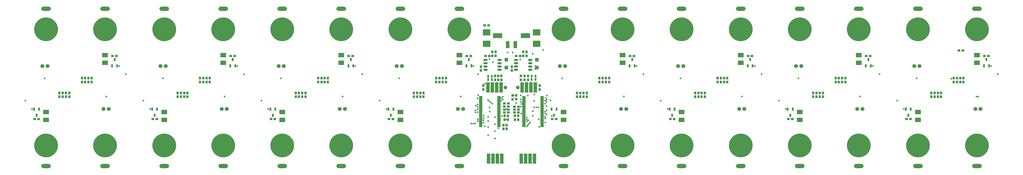
<source format=gts>
G04*
G04 #@! TF.GenerationSoftware,Altium Limited,Altium Designer,19.0.13 (425)*
G04*
G04 Layer_Color=8388736*
%FSLAX25Y25*%
%MOIN*%
G70*
G01*
G75*
%ADD28R,0.03950X0.03753*%
%ADD29R,0.03753X0.03950*%
%ADD30R,0.08792X0.06784*%
%ADD31R,0.02769X0.04343*%
G04:AMPARAMS|DCode=32|XSize=55.12mil|YSize=55.12mil|CornerRadius=11.81mil|HoleSize=0mil|Usage=FLASHONLY|Rotation=90.000|XOffset=0mil|YOffset=0mil|HoleType=Round|Shape=RoundedRectangle|*
%AMROUNDEDRECTD32*
21,1,0.05512,0.03150,0,0,90.0*
21,1,0.03150,0.05512,0,0,90.0*
1,1,0.02362,0.01575,0.01575*
1,1,0.02362,0.01575,-0.01575*
1,1,0.02362,-0.01575,-0.01575*
1,1,0.02362,-0.01575,0.01575*
%
%ADD32ROUNDEDRECTD32*%
%ADD33R,0.03162X0.04737*%
%ADD34R,0.14304X0.07296*%
%ADD35R,0.05800X0.10800*%
%ADD36O,0.06509X0.03162*%
%ADD37O,0.05721X0.01784*%
%ADD38R,0.11599X0.09300*%
%ADD39R,0.05524X0.05524*%
%ADD40C,0.05918*%
%ADD41C,0.36233*%
G04:AMPARAMS|DCode=42|XSize=145.8mil|YSize=67.06mil|CornerRadius=33.53mil|HoleSize=0mil|Usage=FLASHONLY|Rotation=180.000|XOffset=0mil|YOffset=0mil|HoleType=Round|Shape=RoundedRectangle|*
%AMROUNDEDRECTD42*
21,1,0.14580,0.00000,0,0,180.0*
21,1,0.07874,0.06706,0,0,180.0*
1,1,0.06706,-0.03937,0.00000*
1,1,0.06706,0.03937,0.00000*
1,1,0.06706,0.03937,0.00000*
1,1,0.06706,-0.03937,0.00000*
%
%ADD42ROUNDEDRECTD42*%
%ADD43C,0.02572*%
%ADD44C,0.05524*%
D28*
X680118Y56235D02*
D03*
X686024D02*
D03*
X-34843Y94488D02*
D03*
X-40748D02*
D03*
X-4921Y-24364D02*
D03*
X-10827D02*
D03*
X67815Y-48031D02*
D03*
X61910D02*
D03*
X606398D02*
D03*
X600492D02*
D03*
X247342D02*
D03*
X241437D02*
D03*
X426870D02*
D03*
X420965D02*
D03*
X539272Y48031D02*
D03*
X545177D02*
D03*
X359744D02*
D03*
X365650D02*
D03*
X180217D02*
D03*
X186122D02*
D03*
X718799D02*
D03*
X724705D02*
D03*
X-247342D02*
D03*
X-241437D02*
D03*
X-426870D02*
D03*
X-420965D02*
D03*
X-67815D02*
D03*
X-61910D02*
D03*
X-180217Y-48031D02*
D03*
X-186122D02*
D03*
X-359744D02*
D03*
X-365650D02*
D03*
X-539272D02*
D03*
X-545177D02*
D03*
X-606398Y48031D02*
D03*
X-600492D02*
D03*
X-718799Y-48031D02*
D03*
X-724705D02*
D03*
X4528Y-38189D02*
D03*
X10433D02*
D03*
X-4921Y-29134D02*
D03*
X-10827D02*
D03*
X13189Y48031D02*
D03*
X7283D02*
D03*
X-33661D02*
D03*
X-39567D02*
D03*
X4528Y-29528D02*
D03*
X10433D02*
D03*
X-4921Y-38189D02*
D03*
X-10827D02*
D03*
X4528Y-33858D02*
D03*
X10433D02*
D03*
X-4921Y-33740D02*
D03*
X-10827D02*
D03*
D29*
X42913Y-2953D02*
D03*
Y2953D02*
D03*
X17717Y48227D02*
D03*
Y54133D02*
D03*
X22741D02*
D03*
Y48227D02*
D03*
X-42913Y-2953D02*
D03*
Y2953D02*
D03*
X-29134Y48227D02*
D03*
Y54133D02*
D03*
X-24298Y54134D02*
D03*
Y48228D02*
D03*
X14173Y11614D02*
D03*
Y17520D02*
D03*
X25197D02*
D03*
Y11614D02*
D03*
X19685Y17520D02*
D03*
Y11614D02*
D03*
X-7480Y-63189D02*
D03*
Y-57284D02*
D03*
X114370Y-14173D02*
D03*
Y-8268D02*
D03*
X99606Y-14173D02*
D03*
Y-8268D02*
D03*
X109449Y-8268D02*
D03*
Y-14174D02*
D03*
X104528Y-14173D02*
D03*
Y-8268D02*
D03*
X652953Y-14173D02*
D03*
Y-8268D02*
D03*
X638189Y-14173D02*
D03*
Y-8268D02*
D03*
X648032Y-8268D02*
D03*
Y-14174D02*
D03*
X643110Y-14173D02*
D03*
Y-8268D02*
D03*
X293898Y-14173D02*
D03*
Y-8268D02*
D03*
X279134Y-14173D02*
D03*
Y-8268D02*
D03*
X288976Y-8268D02*
D03*
Y-14174D02*
D03*
X284055Y-14173D02*
D03*
Y-8268D02*
D03*
X473425Y-14173D02*
D03*
Y-8268D02*
D03*
X458661Y-14173D02*
D03*
Y-8268D02*
D03*
X468504Y-8268D02*
D03*
Y-14174D02*
D03*
X463583Y-14173D02*
D03*
Y-8268D02*
D03*
X492717Y14173D02*
D03*
Y8268D02*
D03*
X507480Y14173D02*
D03*
Y8268D02*
D03*
X497638Y8268D02*
D03*
Y14174D02*
D03*
X502559Y14173D02*
D03*
Y8268D02*
D03*
X313189Y14173D02*
D03*
Y8268D02*
D03*
X327953Y14173D02*
D03*
Y8268D02*
D03*
X318110Y8268D02*
D03*
Y14174D02*
D03*
X323031Y14173D02*
D03*
Y8268D02*
D03*
X133661Y14173D02*
D03*
Y8268D02*
D03*
X148425Y14173D02*
D03*
Y8268D02*
D03*
X138583Y8268D02*
D03*
Y14174D02*
D03*
X143504Y14173D02*
D03*
Y8268D02*
D03*
X672244Y14173D02*
D03*
Y8268D02*
D03*
X687008Y14173D02*
D03*
Y8268D02*
D03*
X677165Y8268D02*
D03*
Y14174D02*
D03*
X682087Y14173D02*
D03*
Y8268D02*
D03*
X-293898Y14173D02*
D03*
Y8268D02*
D03*
X-279134Y14173D02*
D03*
Y8268D02*
D03*
X-288976Y8268D02*
D03*
Y14174D02*
D03*
X-284055Y14173D02*
D03*
Y8268D02*
D03*
X-473425Y14173D02*
D03*
Y8268D02*
D03*
X-458661Y14173D02*
D03*
Y8268D02*
D03*
X-468504Y8268D02*
D03*
Y14174D02*
D03*
X-463583Y14173D02*
D03*
Y8268D02*
D03*
X-114370Y14173D02*
D03*
Y8268D02*
D03*
X-99606Y14173D02*
D03*
Y8268D02*
D03*
X-109449Y8268D02*
D03*
Y14174D02*
D03*
X-104528Y14173D02*
D03*
Y8268D02*
D03*
X-133661Y-14173D02*
D03*
Y-8268D02*
D03*
X-148425Y-14173D02*
D03*
Y-8268D02*
D03*
X-138583Y-8268D02*
D03*
Y-14174D02*
D03*
X-143504Y-14173D02*
D03*
Y-8268D02*
D03*
X-313189Y-14173D02*
D03*
Y-8268D02*
D03*
X-327953Y-14173D02*
D03*
Y-8268D02*
D03*
X-318110Y-8268D02*
D03*
Y-14174D02*
D03*
X-323031Y-14173D02*
D03*
Y-8268D02*
D03*
X-492717Y-14173D02*
D03*
Y-8268D02*
D03*
X-507480Y-14173D02*
D03*
Y-8268D02*
D03*
X-497638Y-8268D02*
D03*
Y-14174D02*
D03*
X-502559Y-14173D02*
D03*
Y-8268D02*
D03*
X394Y31693D02*
D03*
Y25787D02*
D03*
X-46457Y31693D02*
D03*
Y25787D02*
D03*
X-643110Y8268D02*
D03*
Y14173D02*
D03*
X-682087Y-8268D02*
D03*
Y-14173D02*
D03*
X-24803Y17520D02*
D03*
Y11614D02*
D03*
X-648032Y14174D02*
D03*
Y8268D02*
D03*
X-677165Y-14174D02*
D03*
Y-8268D02*
D03*
X1654Y-17953D02*
D03*
Y-12047D02*
D03*
X-15354Y17520D02*
D03*
Y11614D02*
D03*
X5118Y-43110D02*
D03*
Y-49016D02*
D03*
X-5512Y-49213D02*
D03*
Y-43307D02*
D03*
X-638189Y14173D02*
D03*
Y8268D02*
D03*
X-687008Y-14173D02*
D03*
Y-8268D02*
D03*
X10236Y-49016D02*
D03*
Y-43110D02*
D03*
X-10630D02*
D03*
Y-49016D02*
D03*
X-652953Y8268D02*
D03*
Y14173D02*
D03*
X-672244Y-8268D02*
D03*
Y-14173D02*
D03*
X7126Y-11969D02*
D03*
Y-17874D02*
D03*
X-12205Y-63189D02*
D03*
Y-57284D02*
D03*
X-20079Y11614D02*
D03*
Y17520D02*
D03*
D30*
X707480Y37421D02*
D03*
Y49390D02*
D03*
X617717Y-37421D02*
D03*
Y-49390D02*
D03*
X527953Y37421D02*
D03*
Y49390D02*
D03*
X438189Y-37421D02*
D03*
Y-49390D02*
D03*
X348425Y37421D02*
D03*
Y49390D02*
D03*
X258661Y-37421D02*
D03*
Y-49390D02*
D03*
X168898Y37421D02*
D03*
Y49390D02*
D03*
X79134Y-37421D02*
D03*
Y-49390D02*
D03*
X-79134Y37421D02*
D03*
Y49390D02*
D03*
X-168898Y-37421D02*
D03*
Y-49390D02*
D03*
X-258661Y37421D02*
D03*
Y49390D02*
D03*
X-348425Y-37421D02*
D03*
Y-49390D02*
D03*
X-438189Y37421D02*
D03*
Y49390D02*
D03*
X-527953Y-37421D02*
D03*
Y-49390D02*
D03*
X-617717Y37421D02*
D03*
Y49390D02*
D03*
X-707480Y-37421D02*
D03*
Y-49390D02*
D03*
D31*
X36417Y17323D02*
D03*
X30512D02*
D03*
X30512Y12205D02*
D03*
X36417D02*
D03*
X-29724Y16929D02*
D03*
X-35630D02*
D03*
X-35630Y11811D02*
D03*
X-29724D02*
D03*
D32*
X36220Y0D02*
D03*
Y-5118D02*
D03*
Y5118D02*
D03*
X16142D02*
D03*
Y-5118D02*
D03*
Y0D02*
D03*
X-22441Y5118D02*
D03*
Y-5118D02*
D03*
Y0D02*
D03*
X22835Y5118D02*
D03*
Y-5118D02*
D03*
Y0D02*
D03*
X-15748Y5118D02*
D03*
Y-5118D02*
D03*
Y0D02*
D03*
X29528Y5118D02*
D03*
Y-5118D02*
D03*
Y0D02*
D03*
X-29134Y5118D02*
D03*
Y-5118D02*
D03*
Y0D02*
D03*
X-35827Y5118D02*
D03*
Y-5118D02*
D03*
Y0D02*
D03*
X14764Y-103347D02*
D03*
Y-113583D02*
D03*
Y-108465D02*
D03*
X-14764Y-103347D02*
D03*
Y-113583D02*
D03*
Y-108465D02*
D03*
X21457Y-103347D02*
D03*
Y-113583D02*
D03*
Y-108465D02*
D03*
X-21457Y-103347D02*
D03*
Y-113583D02*
D03*
Y-108465D02*
D03*
X28150Y-103347D02*
D03*
Y-113583D02*
D03*
Y-108465D02*
D03*
X-28150Y-103347D02*
D03*
Y-113583D02*
D03*
Y-108465D02*
D03*
X34843Y-103347D02*
D03*
Y-113583D02*
D03*
Y-108465D02*
D03*
X-34843Y-103347D02*
D03*
Y-113583D02*
D03*
Y-108465D02*
D03*
D33*
X718209Y32972D02*
D03*
X725689D02*
D03*
X721949Y42421D02*
D03*
X606988Y-32972D02*
D03*
X599508D02*
D03*
X603248Y-42421D02*
D03*
X538681Y32972D02*
D03*
X546161D02*
D03*
X542421Y42421D02*
D03*
X427461Y-32972D02*
D03*
X419980D02*
D03*
X423721Y-42421D02*
D03*
X359154Y32972D02*
D03*
X366634D02*
D03*
X362894Y42421D02*
D03*
X247933Y-32972D02*
D03*
X240453D02*
D03*
X244193Y-42421D02*
D03*
X179626Y32972D02*
D03*
X187106D02*
D03*
X183366Y42421D02*
D03*
X68405Y-32972D02*
D03*
X60925D02*
D03*
X64665Y-42421D02*
D03*
X-68405Y32972D02*
D03*
X-60925D02*
D03*
X-64665Y42421D02*
D03*
X-179626Y-32972D02*
D03*
X-187106D02*
D03*
X-183366Y-42421D02*
D03*
X-247933Y32972D02*
D03*
X-240453D02*
D03*
X-244193Y42421D02*
D03*
X-359154Y-32972D02*
D03*
X-366634D02*
D03*
X-362894Y-42421D02*
D03*
X-427461Y32972D02*
D03*
X-419980D02*
D03*
X-423721Y42421D02*
D03*
X-538681Y-32972D02*
D03*
X-546161D02*
D03*
X-542421Y-42421D02*
D03*
X-606988Y32972D02*
D03*
X-599508D02*
D03*
X-603248Y42421D02*
D03*
X-718209Y-32972D02*
D03*
X-725689D02*
D03*
X-721949Y-42421D02*
D03*
D34*
X-21220Y78740D02*
D03*
X21220D02*
D03*
D35*
X5906Y65236D02*
D03*
X-5906D02*
D03*
D36*
X28445Y26752D02*
D03*
Y31752D02*
D03*
Y36752D02*
D03*
Y41752D02*
D03*
X6988Y26752D02*
D03*
Y31752D02*
D03*
Y36752D02*
D03*
Y41752D02*
D03*
X-18012Y26752D02*
D03*
Y31752D02*
D03*
Y36752D02*
D03*
Y41752D02*
D03*
X-39469Y26752D02*
D03*
Y31752D02*
D03*
Y36752D02*
D03*
Y41752D02*
D03*
D37*
X46457Y-59449D02*
D03*
Y-57480D02*
D03*
Y-55512D02*
D03*
Y-53543D02*
D03*
Y-51575D02*
D03*
Y-49606D02*
D03*
Y-47638D02*
D03*
Y-45669D02*
D03*
Y-43701D02*
D03*
Y-41732D02*
D03*
Y-39764D02*
D03*
Y-37795D02*
D03*
Y-35827D02*
D03*
Y-33858D02*
D03*
Y-31890D02*
D03*
Y-29921D02*
D03*
Y-27953D02*
D03*
Y-25984D02*
D03*
Y-24016D02*
D03*
Y-22047D02*
D03*
Y-20079D02*
D03*
Y-18110D02*
D03*
Y-16142D02*
D03*
Y-14173D02*
D03*
X18898Y-59449D02*
D03*
Y-57480D02*
D03*
Y-55512D02*
D03*
Y-53543D02*
D03*
Y-51575D02*
D03*
Y-49606D02*
D03*
Y-47638D02*
D03*
Y-45669D02*
D03*
Y-43701D02*
D03*
Y-41732D02*
D03*
Y-39764D02*
D03*
Y-37795D02*
D03*
Y-35827D02*
D03*
Y-33858D02*
D03*
Y-31890D02*
D03*
Y-29921D02*
D03*
Y-27953D02*
D03*
Y-25984D02*
D03*
Y-24016D02*
D03*
Y-22047D02*
D03*
Y-20079D02*
D03*
Y-18110D02*
D03*
Y-16142D02*
D03*
Y-14173D02*
D03*
X-46850Y-14173D02*
D03*
Y-16142D02*
D03*
Y-18110D02*
D03*
Y-20079D02*
D03*
Y-22047D02*
D03*
Y-24016D02*
D03*
Y-25984D02*
D03*
Y-27953D02*
D03*
Y-29921D02*
D03*
Y-31890D02*
D03*
Y-33858D02*
D03*
Y-35827D02*
D03*
Y-37795D02*
D03*
Y-39764D02*
D03*
Y-41732D02*
D03*
Y-43701D02*
D03*
Y-45669D02*
D03*
Y-47638D02*
D03*
Y-49606D02*
D03*
Y-51575D02*
D03*
Y-53543D02*
D03*
Y-55512D02*
D03*
Y-57480D02*
D03*
Y-59449D02*
D03*
X-19291Y-14173D02*
D03*
Y-16142D02*
D03*
Y-18110D02*
D03*
Y-20079D02*
D03*
Y-22047D02*
D03*
Y-24016D02*
D03*
Y-25984D02*
D03*
Y-27953D02*
D03*
Y-29921D02*
D03*
Y-31890D02*
D03*
Y-33858D02*
D03*
Y-35827D02*
D03*
Y-37795D02*
D03*
Y-39764D02*
D03*
Y-41732D02*
D03*
Y-43701D02*
D03*
Y-45669D02*
D03*
Y-47638D02*
D03*
Y-49606D02*
D03*
Y-51575D02*
D03*
Y-53543D02*
D03*
Y-55512D02*
D03*
Y-57480D02*
D03*
Y-59449D02*
D03*
D38*
X38110Y66575D02*
D03*
Y83976D02*
D03*
X-37795Y66496D02*
D03*
Y83898D02*
D03*
D39*
X38583Y30315D02*
D03*
Y42126D02*
D03*
X-7874Y30315D02*
D03*
Y42126D02*
D03*
D40*
X-705118Y32677D02*
D03*
X-712992D02*
D03*
X705118Y-32677D02*
D03*
X712992D02*
D03*
X620079Y32677D02*
D03*
X612205D02*
D03*
X525591Y-32677D02*
D03*
X533465D02*
D03*
X440551Y32677D02*
D03*
X432677D02*
D03*
X346063Y-32677D02*
D03*
X353937D02*
D03*
X261024Y32677D02*
D03*
X253150D02*
D03*
X166535Y-32677D02*
D03*
X174409D02*
D03*
X81496Y32677D02*
D03*
X73622D02*
D03*
X-81496Y-32677D02*
D03*
X-73622D02*
D03*
X-166535Y32677D02*
D03*
X-174409D02*
D03*
X-261024Y-32677D02*
D03*
X-253150D02*
D03*
X-346063Y32677D02*
D03*
X-353937D02*
D03*
X-440551Y-32677D02*
D03*
X-432677D02*
D03*
X-525591Y32677D02*
D03*
X-533465D02*
D03*
X-620079Y-32677D02*
D03*
X-612205D02*
D03*
D41*
X-707480Y-88583D02*
D03*
Y88583D02*
D03*
X707480Y88583D02*
D03*
Y-88583D02*
D03*
X617717Y-88583D02*
D03*
Y88583D02*
D03*
X527953Y88583D02*
D03*
Y-88583D02*
D03*
X438189Y-88583D02*
D03*
Y88583D02*
D03*
X348425Y88583D02*
D03*
Y-88583D02*
D03*
X258661Y-88583D02*
D03*
Y88583D02*
D03*
X168898Y88583D02*
D03*
Y-88583D02*
D03*
X79134Y-88583D02*
D03*
Y88583D02*
D03*
X-79134Y88583D02*
D03*
Y-88583D02*
D03*
X-168898Y-88583D02*
D03*
Y88583D02*
D03*
X-258661Y88583D02*
D03*
Y-88583D02*
D03*
X-348425Y-88583D02*
D03*
Y88583D02*
D03*
X-438189Y88583D02*
D03*
Y-88583D02*
D03*
X-527953Y-88583D02*
D03*
Y88583D02*
D03*
X-617717Y88583D02*
D03*
Y-88583D02*
D03*
D42*
X-707480Y-119783D02*
D03*
X-697480Y-92047D02*
D03*
X-717480D02*
D03*
X-697480Y92047D02*
D03*
X-717480D02*
D03*
X-707480Y119783D02*
D03*
X707480Y119783D02*
D03*
X697480Y92047D02*
D03*
X717480D02*
D03*
X697480Y-92047D02*
D03*
X717480D02*
D03*
X707480Y-119783D02*
D03*
X617717Y-119783D02*
D03*
X627716Y-92047D02*
D03*
X607717D02*
D03*
X627716Y92047D02*
D03*
X607717D02*
D03*
X617717Y119783D02*
D03*
X527953Y119783D02*
D03*
X517953Y92047D02*
D03*
X537953D02*
D03*
X517953Y-92047D02*
D03*
X537953D02*
D03*
X527953Y-119783D02*
D03*
X438189Y-119783D02*
D03*
X448189Y-92047D02*
D03*
X428189D02*
D03*
X448189Y92047D02*
D03*
X428189D02*
D03*
X438189Y119783D02*
D03*
X348425Y119783D02*
D03*
X338425Y92047D02*
D03*
X358425D02*
D03*
X338425Y-92047D02*
D03*
X358425D02*
D03*
X348425Y-119783D02*
D03*
X258661Y-119783D02*
D03*
X268661Y-92047D02*
D03*
X248661D02*
D03*
X268661Y92047D02*
D03*
X248661D02*
D03*
X258661Y119783D02*
D03*
X168898Y119783D02*
D03*
X158898Y92047D02*
D03*
X178898D02*
D03*
X158898Y-92047D02*
D03*
X178898D02*
D03*
X168898Y-119783D02*
D03*
X79134Y-119783D02*
D03*
X89134Y-92047D02*
D03*
X69134D02*
D03*
X89134Y92047D02*
D03*
X69134D02*
D03*
X79134Y119783D02*
D03*
X-79134Y119783D02*
D03*
X-89134Y92047D02*
D03*
X-69134D02*
D03*
X-89134Y-92047D02*
D03*
X-69134D02*
D03*
X-79134Y-119783D02*
D03*
X-168898Y-119783D02*
D03*
X-158898Y-92047D02*
D03*
X-178898D02*
D03*
X-158898Y92047D02*
D03*
X-178898D02*
D03*
X-168898Y119783D02*
D03*
X-258661Y119783D02*
D03*
X-268661Y92047D02*
D03*
X-248661D02*
D03*
X-268661Y-92047D02*
D03*
X-248661D02*
D03*
X-258661Y-119783D02*
D03*
X-348425Y-119783D02*
D03*
X-338425Y-92047D02*
D03*
X-358425D02*
D03*
X-338425Y92047D02*
D03*
X-358425D02*
D03*
X-348425Y119783D02*
D03*
X-438189Y119783D02*
D03*
X-448189Y92047D02*
D03*
X-428189D02*
D03*
X-448189Y-92047D02*
D03*
X-428189D02*
D03*
X-438189Y-119783D02*
D03*
X-527953Y-119783D02*
D03*
X-517953Y-92047D02*
D03*
X-537953D02*
D03*
X-517953Y92047D02*
D03*
X-537953D02*
D03*
X-527953Y119783D02*
D03*
X-617717Y119783D02*
D03*
X-627716Y92047D02*
D03*
X-607717D02*
D03*
X-627716Y-92047D02*
D03*
X-607717D02*
D03*
X-617717Y-119783D02*
D03*
D43*
X-28150Y38386D02*
D03*
X-4725Y-24364D02*
D03*
X-11024Y-23622D02*
D03*
X42913Y2413D02*
D03*
X-40354Y5906D02*
D03*
X32306Y51181D02*
D03*
X1969Y53149D02*
D03*
X-5921D02*
D03*
X22835Y5118D02*
D03*
X16142Y5433D02*
D03*
X-15676Y4951D02*
D03*
X-22369D02*
D03*
X13189Y42421D02*
D03*
X-33465Y43364D02*
D03*
X51181Y-44685D02*
D03*
Y-47539D02*
D03*
X61220Y-43307D02*
D03*
X51181Y-39764D02*
D03*
X53543Y-41339D02*
D03*
X51181Y-36811D02*
D03*
X34843Y-113583D02*
D03*
X28150D02*
D03*
X21457D02*
D03*
X14764D02*
D03*
X4528Y-38189D02*
D03*
X3543Y-12500D02*
D03*
X7126Y-11969D02*
D03*
X36220Y28364D02*
D03*
X36417Y32677D02*
D03*
X37402Y30315D02*
D03*
X36417Y17323D02*
D03*
X19685Y11614D02*
D03*
X8501Y26752D02*
D03*
X5118Y26745D02*
D03*
X706693Y-14173D02*
D03*
X677264Y8268D02*
D03*
X-7480Y-33071D02*
D03*
X-38167Y31752D02*
D03*
X-10630Y-48957D02*
D03*
X-14764Y-113583D02*
D03*
X-21457D02*
D03*
X-28150D02*
D03*
X-34843D02*
D03*
X-35531Y-60528D02*
D03*
X-35433Y-72835D02*
D03*
Y-51073D02*
D03*
X-7480Y-63189D02*
D03*
X-12205D02*
D03*
X-37402Y26578D02*
D03*
X-6693Y31752D02*
D03*
X-20079Y11614D02*
D03*
X-10827Y-29134D02*
D03*
X-14567Y-103347D02*
D03*
X-39469Y41752D02*
D03*
X23228Y-48701D02*
D03*
X25512Y-50197D02*
D03*
X23110Y-45906D02*
D03*
X6988Y36752D02*
D03*
X10236Y-43012D02*
D03*
X14764Y-103347D02*
D03*
X3543Y-28937D02*
D03*
X14272Y-12008D02*
D03*
X15157Y-25197D02*
D03*
X-20472Y-48425D02*
D03*
X-17323D02*
D03*
X-14567Y-43701D02*
D03*
X14173Y-28937D02*
D03*
X34646Y-30315D02*
D03*
X37795D02*
D03*
X40945D02*
D03*
X52165Y-16043D02*
D03*
X53642Y-18602D02*
D03*
X51181Y-20079D02*
D03*
X59252Y-19882D02*
D03*
X24803Y-12500D02*
D03*
X668504Y13386D02*
D03*
X709447Y-13780D02*
D03*
X68405Y-32874D02*
D03*
X53937Y-12500D02*
D03*
X109449Y-8268D02*
D03*
X138583Y7972D02*
D03*
X148425Y14075D02*
D03*
X279331Y-14173D02*
D03*
X53150Y-22146D02*
D03*
X51279Y-24803D02*
D03*
X53150Y-28543D02*
D03*
X288976Y-8268D02*
D03*
X318110Y8366D02*
D03*
X327953Y14173D02*
D03*
X53642Y-34941D02*
D03*
X458661Y-14075D02*
D03*
X468504Y-8169D02*
D03*
X497638Y8268D02*
D03*
X507382Y13878D02*
D03*
X638189Y-14075D02*
D03*
X648032Y-8268D02*
D03*
X41437Y-48819D02*
D03*
X687008Y14075D02*
D03*
X51083Y-53543D02*
D03*
X-50394Y-11786D02*
D03*
X42126Y-60138D02*
D03*
X-35531Y-45079D02*
D03*
X-42028Y-43012D02*
D03*
Y-46358D02*
D03*
X-40354Y-59055D02*
D03*
X-19685Y-62008D02*
D03*
X-61023Y-55118D02*
D03*
X-58268D02*
D03*
X-55118Y-55118D02*
D03*
X-709447Y13780D02*
D03*
X-51575Y-33071D02*
D03*
Y-29921D02*
D03*
Y-37795D02*
D03*
X-54724Y-34646D02*
D03*
X-25197Y-77756D02*
D03*
X-25000Y-66831D02*
D03*
X-25098Y-56102D02*
D03*
X-25197Y-45276D02*
D03*
X14173Y-18110D02*
D03*
Y-21654D02*
D03*
X34449Y-10827D02*
D03*
Y-20472D02*
D03*
X-51575Y-16535D02*
D03*
X-109448Y8268D02*
D03*
X-99606Y14075D02*
D03*
X-51575Y-25984D02*
D03*
X-54068Y-27874D02*
D03*
X-50787Y20079D02*
D03*
X-138583Y-8268D02*
D03*
X-148425Y-13780D02*
D03*
X-288976Y8268D02*
D03*
X-279134Y14173D02*
D03*
X-54724Y-37795D02*
D03*
X-318110Y-8268D02*
D03*
X-327559Y-13780D02*
D03*
X-42520Y-49606D02*
D03*
X-458661Y14075D02*
D03*
X-468504Y8268D02*
D03*
X-51181Y-48425D02*
D03*
X-42520Y-53543D02*
D03*
X-507480Y-14173D02*
D03*
X-497638Y-8268D02*
D03*
X-51181Y-51575D02*
D03*
X-648032Y8268D02*
D03*
X-638189Y13780D02*
D03*
X-677165Y-8268D02*
D03*
X-687008Y-14173D02*
D03*
X48228Y57087D02*
D03*
X23386Y-51811D02*
D03*
X14803Y-108465D02*
D03*
X21260D02*
D03*
X34803D02*
D03*
X28150D02*
D03*
X23110Y-59449D02*
D03*
X24882Y-57480D02*
D03*
X26654Y-55551D02*
D03*
X28307Y-53543D02*
D03*
X-33071Y-36906D02*
D03*
X-15354Y-16142D02*
D03*
X-13081Y-18199D02*
D03*
Y-14173D02*
D03*
X-15354Y-20079D02*
D03*
X-14961Y-108268D02*
D03*
X-21260Y-108465D02*
D03*
X-28150D02*
D03*
X-35039Y-108661D02*
D03*
X-7087Y-48819D02*
D03*
X7087Y-23622D02*
D03*
X14961Y-39764D02*
D03*
X32677Y-36220D02*
D03*
Y-43110D02*
D03*
X-29134Y-24803D02*
D03*
X-33858Y-20866D02*
D03*
X-31496Y-22835D02*
D03*
X-35827Y-18898D02*
D03*
X-33071Y-30315D02*
D03*
X77167Y13780D02*
D03*
X653051Y-8268D02*
D03*
X606299Y-48031D02*
D03*
X615750Y13780D02*
D03*
X586024Y-20079D02*
D03*
X596457Y-32677D02*
D03*
X473524Y-8268D02*
D03*
X426772Y-48031D02*
D03*
X436222Y13780D02*
D03*
X406496Y-20079D02*
D03*
X416929Y-32677D02*
D03*
X293996Y-8268D02*
D03*
X247244Y-48031D02*
D03*
X256694Y13780D02*
D03*
X226969Y-20079D02*
D03*
X237402Y-32677D02*
D03*
X114469Y-8268D02*
D03*
X-114469Y8268D02*
D03*
X-67716Y48031D02*
D03*
X-77167Y-13780D02*
D03*
X-57874Y32677D02*
D03*
X-293996Y8268D02*
D03*
X-247244Y48031D02*
D03*
X-226969Y20079D02*
D03*
X-256694Y-13780D02*
D03*
X-237402Y32677D02*
D03*
X-473524Y8268D02*
D03*
X-426772Y48031D02*
D03*
X-406496Y20079D02*
D03*
X-436222Y-13780D02*
D03*
X-416929Y32677D02*
D03*
X672146Y8268D02*
D03*
X718898Y48031D02*
D03*
X739173Y20079D02*
D03*
X728740Y32677D02*
D03*
X492618Y8268D02*
D03*
X539370Y48031D02*
D03*
X559646Y20079D02*
D03*
X529920Y-13780D02*
D03*
X549213Y32677D02*
D03*
X313090Y8268D02*
D03*
X359842Y48031D02*
D03*
X380118Y20079D02*
D03*
X350392Y-13780D02*
D03*
X369685Y32677D02*
D03*
X133563Y8268D02*
D03*
X190157Y32677D02*
D03*
X180315Y48031D02*
D03*
X170865Y-13780D02*
D03*
X200591Y20079D02*
D03*
X-133563Y-8268D02*
D03*
X-190157Y-32677D02*
D03*
X-180315Y-48031D02*
D03*
X-170865Y13780D02*
D03*
X-200591Y-20079D02*
D03*
X-313090Y-8268D02*
D03*
X-369685Y-32677D02*
D03*
X-359842Y-48031D02*
D03*
X-350392Y13780D02*
D03*
X-380118Y-20079D02*
D03*
X-492618Y-8268D02*
D03*
X-549213Y-32677D02*
D03*
X-539370Y-48031D02*
D03*
X-529920Y13780D02*
D03*
X-559646Y-20079D02*
D03*
X-653051Y8268D02*
D03*
X-596457Y32677D02*
D03*
X-606299Y48031D02*
D03*
X-615750Y-13780D02*
D03*
X-586024Y20079D02*
D03*
X-739173Y-20079D02*
D03*
X-728740Y-32677D02*
D03*
X-718898Y-48031D02*
D03*
X-672146Y-8268D02*
D03*
D44*
X9646Y0D02*
D03*
X-9055D02*
D03*
X36220D02*
D03*
X29528D02*
D03*
X16220D02*
D03*
X22795D02*
D03*
X-22441D02*
D03*
X-15748D02*
D03*
X-29134D02*
D03*
X-35827D02*
D03*
M02*

</source>
